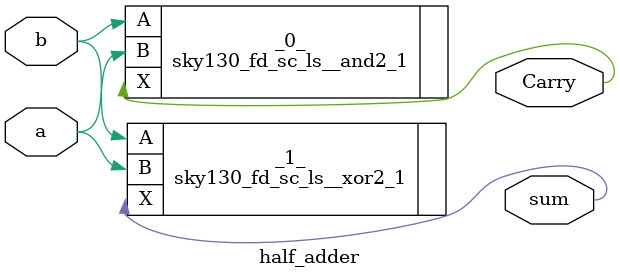
<source format=v>
/* Generated by Yosys 0.9 (git sha1 1979e0b) */

module full_adder(a, b, Cin, sum, Cout);
  wire C1;
  wire C2;
  input Cin;
  output Cout;
  wire S1;
  input a;
  input b;
  output sum;
  sky130_fd_sc_ls__or2_1 _0_ (
    .A(C2),
    .B(C1),
    .X(Cout)
  );
  half_adder HA1 (
    .Carry(C1),
    .a(a),
    .b(b),
    .sum(S1)
  );
  half_adder HA2 (
    .Carry(C2),
    .a(Cin),
    .b(S1),
    .sum(sum)
  );
endmodule

module half_adder(a, b, sum, Carry);
  output Carry;
  input a;
  input b;
  output sum;
  sky130_fd_sc_ls__and2_1 _0_ (
    .A(b),
    .B(a),
    .X(Carry)
  );
  sky130_fd_sc_ls__xor2_1 _1_ (
    .A(b),
    .B(a),
    .X(sum)
  );
endmodule

</source>
